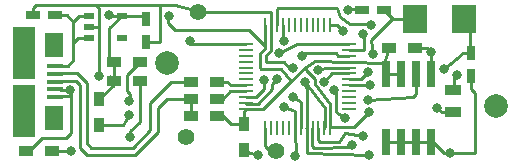
<source format=gbr>
G04 #@! TF.FileFunction,Copper,L1,Top,Signal*
%FSLAX46Y46*%
G04 Gerber Fmt 4.6, Leading zero omitted, Abs format (unit mm)*
G04 Created by KiCad (PCBNEW 4.0.2-stable) date 17.08.2016 12:28:08*
%MOMM*%
G01*
G04 APERTURE LIST*
%ADD10C,0.100000*%
%ADD11C,1.900000*%
%ADD12R,1.350000X0.400000*%
%ADD13R,1.900000X1.800000*%
%ADD14R,1.600000X2.100000*%
%ADD15R,1.900000X2.700000*%
%ADD16C,2.000000*%
%ADD17R,0.800000X2.200000*%
%ADD18R,1.200000X0.750000*%
%ADD19R,0.750000X1.200000*%
%ADD20R,1.397000X0.889000*%
%ADD21R,1.200000X0.900000*%
%ADD22R,0.900000X1.200000*%
%ADD23R,0.900000X0.600000*%
%ADD24R,1.300000X0.250000*%
%ADD25R,0.250000X1.300000*%
%ADD26R,2.000000X2.400000*%
%ADD27C,1.397000*%
%ADD28C,0.800000*%
%ADD29C,0.250000*%
G04 APERTURE END LIST*
D10*
D11*
X32735520Y-38893000D03*
D12*
X35410520Y-34768000D03*
X35410520Y-35418000D03*
X35410520Y-36068000D03*
X35410520Y-36718000D03*
X35410520Y-37368000D03*
D13*
X32735520Y-32268000D03*
X32735520Y-39868000D03*
D14*
X35285520Y-32968000D03*
D15*
X32735520Y-34468000D03*
X32735520Y-37668000D03*
D14*
X35285520Y-39168000D03*
D11*
X32735520Y-33243000D03*
D16*
X72755760Y-38160960D03*
X44846240Y-34518600D03*
D17*
X63436500Y-41160500D03*
X64706500Y-41160500D03*
X65976500Y-41160500D03*
X67246500Y-41160500D03*
X67246500Y-35420500D03*
X65976500Y-35420500D03*
X64706500Y-35420500D03*
X63436500Y-35420500D03*
D18*
X63243500Y-29972000D03*
X61343500Y-29972000D03*
D19*
X70612000Y-33657500D03*
X70612000Y-35557500D03*
D18*
X35430500Y-30416500D03*
X33530500Y-30416500D03*
D19*
X43116500Y-30800000D03*
X43116500Y-32700000D03*
D20*
X69128640Y-36741100D03*
X69128640Y-38646100D03*
D21*
X63670000Y-33210500D03*
X65870000Y-33210500D03*
D22*
X51371500Y-39667000D03*
X51371500Y-41867000D03*
D21*
X46906000Y-36068000D03*
X49106000Y-36068000D03*
X46906000Y-37528500D03*
X49106000Y-37528500D03*
X49106000Y-38989000D03*
X46906000Y-38989000D03*
X40365500Y-34417000D03*
X42565500Y-34417000D03*
D22*
X39116000Y-37571500D03*
X39116000Y-39771500D03*
D21*
X40365500Y-36004500D03*
X42565500Y-36004500D03*
X35136000Y-41910000D03*
X32936000Y-41910000D03*
D23*
X41087500Y-32382500D03*
X38287500Y-31432500D03*
X41087500Y-30482500D03*
X38287500Y-32382500D03*
X38287500Y-30482500D03*
D24*
X60301120Y-38376040D03*
X60301120Y-37876040D03*
X60301120Y-37376040D03*
X60301120Y-36876040D03*
X60301120Y-36376040D03*
X60301120Y-35876040D03*
X60301120Y-35376040D03*
X60301120Y-34876040D03*
X60301120Y-34376040D03*
X60301120Y-33876040D03*
X60301120Y-33376040D03*
X60301120Y-32876040D03*
D25*
X58701120Y-31276040D03*
X58201120Y-31276040D03*
X57701120Y-31276040D03*
X57201120Y-31276040D03*
X56701120Y-31276040D03*
X56201120Y-31276040D03*
X55701120Y-31276040D03*
X55201120Y-31276040D03*
X54701120Y-31276040D03*
X54201120Y-31276040D03*
X53701120Y-31276040D03*
X53201120Y-31276040D03*
D24*
X51601120Y-32876040D03*
X51601120Y-33376040D03*
X51601120Y-33876040D03*
X51601120Y-34376040D03*
X51601120Y-34876040D03*
X51601120Y-35376040D03*
X51601120Y-35876040D03*
X51601120Y-36376040D03*
X51601120Y-36876040D03*
X51601120Y-37376040D03*
X51601120Y-37876040D03*
X51601120Y-38376040D03*
D25*
X53201120Y-39976040D03*
X53701120Y-39976040D03*
X54201120Y-39976040D03*
X54701120Y-39976040D03*
X55201120Y-39976040D03*
X55701120Y-39976040D03*
X56201120Y-39976040D03*
X56701120Y-39976040D03*
X57201120Y-39976040D03*
X57701120Y-39976040D03*
X58201120Y-39976040D03*
X58701120Y-39976040D03*
D26*
X65895000Y-30797500D03*
X69995000Y-30797500D03*
D27*
X46451520Y-40726360D03*
X54102000Y-41973500D03*
X47513240Y-30139640D03*
D28*
X61986160Y-38658800D03*
X45074840Y-30525720D03*
X39928800Y-30439360D03*
X62311280Y-33741360D03*
X62039500Y-36385500D03*
X68366640Y-34970720D03*
X61859160Y-35234880D03*
X53086000Y-35941000D03*
X60568840Y-41392262D03*
X61468000Y-40640000D03*
X54752240Y-32644080D03*
X62166500Y-31242000D03*
X46796960Y-32613600D03*
X60177680Y-30007560D03*
X55504080Y-34894520D03*
X39116000Y-35560000D03*
X36697920Y-36774120D03*
X68834000Y-42100500D03*
X61945520Y-42306240D03*
X56586120Y-36113720D03*
X57678320Y-35072320D03*
X54229000Y-35814000D03*
X69405500Y-35496500D03*
X59735720Y-31775400D03*
X67754500Y-38290500D03*
X41783000Y-40767000D03*
X41661080Y-38902640D03*
X41666160Y-37734240D03*
X61468000Y-32067500D03*
X54391560Y-33644840D03*
X56291480Y-33893760D03*
X59034680Y-36779200D03*
X59918600Y-39182040D03*
X55580280Y-37383720D03*
X67246500Y-33591500D03*
X52578000Y-42291000D03*
X55697120Y-42392600D03*
X61909960Y-37592000D03*
X54818280Y-38186360D03*
X36766500Y-41910000D03*
X58166000Y-36068000D03*
D29*
X54535460Y-35000465D02*
X52831265Y-35000465D01*
X52745640Y-33705800D02*
X53193500Y-33257940D01*
X52745640Y-34914840D02*
X52745640Y-33705800D01*
X52831265Y-35000465D02*
X52745640Y-34914840D01*
X57365876Y-35988961D02*
X57365876Y-35867316D01*
X56616600Y-35118040D02*
X56621680Y-34858960D01*
X57365876Y-35867316D02*
X56616600Y-35118040D01*
X64706500Y-35420500D02*
X63436500Y-35420500D01*
X58679502Y-39937500D02*
X60710000Y-39937500D01*
X61986160Y-38658800D02*
X60710000Y-39937500D01*
X44958000Y-31115000D02*
X45074840Y-30525720D01*
X53193500Y-33064000D02*
X51816000Y-31686500D01*
X45529500Y-31686500D02*
X51816000Y-31686500D01*
X44958000Y-31115000D02*
X45529500Y-31686500D01*
X41087500Y-30482500D02*
X40071000Y-30482500D01*
X40071000Y-30482500D02*
X39928800Y-30439360D01*
X58679502Y-39937500D02*
X58693500Y-39973500D01*
X40365500Y-36004500D02*
X40365500Y-34417000D01*
X40365500Y-34417000D02*
X40005000Y-34056500D01*
X40005000Y-34056500D02*
X40005000Y-31565000D01*
X40005000Y-31565000D02*
X41087500Y-30482500D01*
X40365500Y-36004500D02*
X40365500Y-36322000D01*
X40365500Y-36322000D02*
X39116000Y-37571500D01*
X49106000Y-38989000D02*
X49657000Y-38989000D01*
X49657000Y-38989000D02*
X50335000Y-39667000D01*
X50335000Y-39667000D02*
X51371500Y-39667000D01*
X51371500Y-39667000D02*
X51371500Y-38595500D01*
X51371500Y-38595500D02*
X51593500Y-38373500D01*
X63246000Y-34518600D02*
X63246000Y-34636100D01*
X63246000Y-34636100D02*
X63436500Y-35420500D01*
X60293500Y-34373500D02*
X63246000Y-34518600D01*
X63246000Y-34518600D02*
X63670000Y-33210500D01*
X55372000Y-36004500D02*
X54965600Y-35499040D01*
X53193500Y-33257940D02*
X53193500Y-33064000D01*
X54965600Y-35499040D02*
X54535460Y-35000465D01*
X53193500Y-33064000D02*
X53193500Y-31273500D01*
X57365876Y-35988961D02*
X57404000Y-36291520D01*
X58694320Y-37998400D02*
X58693500Y-39973500D01*
X57404000Y-36291520D02*
X58694320Y-37998400D01*
X51593500Y-38373500D02*
X53003000Y-38373500D01*
X57409080Y-34325560D02*
X57429080Y-34325560D01*
X56621680Y-34858960D02*
X57409080Y-34325560D01*
X57429080Y-34325560D02*
X60293500Y-34373500D01*
X53003000Y-38373500D02*
X55372000Y-36004500D01*
X55372000Y-36004500D02*
X56621680Y-34858960D01*
X40068500Y-35623500D02*
X40068500Y-35877500D01*
X41087500Y-30482500D02*
X41973500Y-30482500D01*
X41973500Y-30482500D02*
X42799000Y-30482500D01*
X42799000Y-30482500D02*
X43116500Y-30800000D01*
X35430500Y-30416500D02*
X36385500Y-30416500D01*
X36385500Y-30416500D02*
X36957000Y-30988000D01*
X38287500Y-32382500D02*
X37340500Y-32382500D01*
X37340500Y-32382500D02*
X36957000Y-32766000D01*
X35250500Y-34704500D02*
X36479000Y-34704500D01*
X37462500Y-30482500D02*
X38287500Y-30482500D01*
X36957000Y-30988000D02*
X37462500Y-30482500D01*
X36957000Y-34226500D02*
X36957000Y-32766000D01*
X36957000Y-32766000D02*
X36957000Y-30988000D01*
X36479000Y-34704500D02*
X36957000Y-34226500D01*
X64008000Y-30797500D02*
X64008000Y-30736500D01*
X64008000Y-30736500D02*
X63243500Y-29972000D01*
X60293500Y-36373500D02*
X62027500Y-36373500D01*
X63944500Y-30797500D02*
X64008000Y-30797500D01*
X64008000Y-30797500D02*
X65895000Y-30797500D01*
X62166500Y-32575500D02*
X63944500Y-30797500D01*
X62311280Y-33741360D02*
X62166500Y-32575500D01*
X62027500Y-36373500D02*
X62039500Y-36385500D01*
X60293500Y-35873500D02*
X61281500Y-35873500D01*
X69911000Y-33657500D02*
X70612000Y-33657500D01*
X68366640Y-34970720D02*
X69911000Y-33657500D01*
X61281500Y-35873500D02*
X61859160Y-35234880D01*
X70612000Y-33657500D02*
X70548500Y-33594000D01*
X70548500Y-33594000D02*
X70548500Y-31351000D01*
X70548500Y-31351000D02*
X69995000Y-30797500D01*
X49106000Y-37528500D02*
X49593500Y-37528500D01*
X49593500Y-37528500D02*
X50248500Y-36873500D01*
X50248500Y-36873500D02*
X51593500Y-36873500D01*
X49106000Y-36068000D02*
X49974500Y-36068000D01*
X50280000Y-36373500D02*
X51593500Y-36373500D01*
X49974500Y-36068000D02*
X50280000Y-36373500D01*
X51593500Y-37373500D02*
X52415500Y-37373500D01*
X53086000Y-36703000D02*
X53086000Y-35941000D01*
X52415500Y-37373500D02*
X53086000Y-36703000D01*
X53530500Y-41910000D02*
X53530500Y-41846500D01*
X53530500Y-41846500D02*
X53193500Y-41509500D01*
X53193500Y-41509500D02*
X53193500Y-39973500D01*
X57193500Y-39973500D02*
X57193500Y-41509000D01*
X60568840Y-41513760D02*
X60568840Y-41392262D01*
X60441840Y-41640760D02*
X60568840Y-41513760D01*
X57334998Y-41650498D02*
X60441840Y-41640760D01*
X57193500Y-41509000D02*
X57334998Y-41650498D01*
X57693500Y-39973500D02*
X57693500Y-40993000D01*
X59984640Y-40406320D02*
X61468000Y-40640000D01*
X59436000Y-41148000D02*
X59984640Y-40406320D01*
X57848500Y-41148000D02*
X59436000Y-41148000D01*
X57693500Y-40993000D02*
X57848500Y-41148000D01*
X54708740Y-32600580D02*
X54693500Y-31273500D01*
X54752240Y-32644080D02*
X54708740Y-32600580D01*
X59537600Y-30601920D02*
X59245500Y-29845000D01*
X54292500Y-29845000D02*
X54193500Y-29944000D01*
X59245500Y-29845000D02*
X54292500Y-29845000D01*
X54193500Y-29944000D02*
X54193500Y-31273500D01*
X54229000Y-29908500D02*
X54193500Y-29944000D01*
X60330080Y-31191200D02*
X59537600Y-30601920D01*
X59537600Y-30601920D02*
X59505850Y-30570170D01*
X62103000Y-31178500D02*
X60330080Y-31191200D01*
X62166500Y-31242000D02*
X62103000Y-31178500D01*
X46843500Y-32873500D02*
X51593500Y-32873500D01*
X46796960Y-32613600D02*
X46843500Y-32873500D01*
X55504080Y-34894520D02*
X55194200Y-34894520D01*
X53248560Y-33914080D02*
X53690520Y-33360360D01*
X53248560Y-34427160D02*
X53248560Y-33914080D01*
X53263800Y-34442400D02*
X53248560Y-34427160D01*
X54742080Y-34442400D02*
X53263800Y-34442400D01*
X55194200Y-34894520D02*
X54742080Y-34442400D01*
X53693500Y-31273500D02*
X53693500Y-30193420D01*
X53639720Y-30139640D02*
X47513240Y-30139640D01*
X53693500Y-30193420D02*
X53639720Y-30139640D01*
X61343500Y-29972000D02*
X60258960Y-29926280D01*
X60258960Y-29926280D02*
X60177680Y-30007560D01*
X67246500Y-41160500D02*
X65976500Y-41160500D01*
X65976500Y-41160500D02*
X64706500Y-41160500D01*
X64706500Y-41160500D02*
X63436500Y-41160500D01*
X35250500Y-37304500D02*
X36766500Y-37304500D01*
X36766500Y-37304500D02*
X36766500Y-37307520D01*
X53705760Y-33192720D02*
X53690520Y-33360360D01*
X53693500Y-31273500D02*
X53705760Y-33192720D01*
X44259500Y-29591000D02*
X44704000Y-29591000D01*
X44704000Y-29591000D02*
X45567600Y-29596080D01*
X45567600Y-29596080D02*
X47533560Y-30114240D01*
X32936000Y-41910000D02*
X33210500Y-41910000D01*
X33210500Y-41910000D02*
X34290000Y-40830500D01*
X34290000Y-40830500D02*
X36322000Y-40830500D01*
X36322000Y-40830500D02*
X36766500Y-40386000D01*
X36766500Y-40386000D02*
X36766500Y-37307520D01*
X36766500Y-37307520D02*
X36697920Y-36774120D01*
X36443920Y-36789120D02*
X36682920Y-36789120D01*
X35250500Y-36654500D02*
X36443920Y-36789120D01*
X39116000Y-35560000D02*
X39116000Y-31432500D01*
X36682920Y-36789120D02*
X36697920Y-36774120D01*
X56712318Y-39964360D02*
X56693500Y-42088500D01*
X56705500Y-42100500D02*
X56693500Y-42088500D01*
X61945520Y-42306240D02*
X56705500Y-42100500D01*
X67246500Y-41160500D02*
X67246500Y-40195500D01*
X56662320Y-39964360D02*
X56712318Y-39964360D01*
X67246500Y-41160500D02*
X67386000Y-41160500D01*
X67386000Y-41160500D02*
X68326000Y-42100500D01*
X68326000Y-42100500D02*
X68834000Y-42100500D01*
X68834000Y-42100500D02*
X70929500Y-42100500D01*
X70612000Y-36703000D02*
X70612000Y-35557500D01*
X70929500Y-37020500D02*
X70612000Y-36703000D01*
X70929500Y-42100500D02*
X70929500Y-38671500D01*
X70929500Y-38671500D02*
X70929500Y-37020500D01*
X43116500Y-32700000D02*
X44257000Y-32700000D01*
X44259500Y-32697500D02*
X44259500Y-29591000D01*
X44257000Y-32700000D02*
X44259500Y-32697500D01*
X56586120Y-36113720D02*
X58229500Y-38290500D01*
X58229500Y-38290500D02*
X58229500Y-39937500D01*
X58229500Y-39937500D02*
X58193500Y-39973500D01*
X56693500Y-36754500D02*
X56712318Y-39964360D01*
X56586120Y-36113720D02*
X56693500Y-36754500D01*
X58281000Y-34873500D02*
X60293500Y-34873500D01*
X57678320Y-35072320D02*
X58281000Y-34873500D01*
X52564002Y-37923498D02*
X51593500Y-37923498D01*
X53784500Y-36703000D02*
X52564002Y-37923498D01*
X53784500Y-36258500D02*
X53784500Y-36703000D01*
X54229000Y-35814000D02*
X53784500Y-36258500D01*
X51593500Y-37923498D02*
X51593500Y-37873500D01*
X44259500Y-29591000D02*
X38862000Y-29591000D01*
X33530500Y-30416500D02*
X33530500Y-29842500D01*
X39116000Y-29845000D02*
X39116000Y-31432500D01*
X38862000Y-29591000D02*
X39116000Y-29845000D01*
X33782000Y-29591000D02*
X38862000Y-29591000D01*
X33530500Y-29842500D02*
X33782000Y-29591000D01*
X38925500Y-31432500D02*
X39116000Y-31432500D01*
X38925500Y-31432500D02*
X38287500Y-31432500D01*
X69151500Y-36766500D02*
X69151500Y-35750500D01*
X69151500Y-35750500D02*
X69405500Y-35496500D01*
X59277000Y-31273500D02*
X58693500Y-31273500D01*
X59735720Y-31775400D02*
X59277000Y-31273500D01*
X68135500Y-38671500D02*
X69151500Y-38671500D01*
X67754500Y-38290500D02*
X68135500Y-38671500D01*
X41783000Y-40767000D02*
X41783000Y-40259000D01*
X42565500Y-39476500D02*
X42565500Y-36004500D01*
X41783000Y-40259000D02*
X42565500Y-39476500D01*
X41783000Y-40767000D02*
X41846500Y-40767000D01*
X39116000Y-39771500D02*
X41191000Y-39771500D01*
X41191000Y-39771500D02*
X41661080Y-38902640D01*
X41666160Y-37734240D02*
X41719500Y-37147500D01*
X41465500Y-35517000D02*
X42565500Y-34417000D01*
X41465500Y-36893500D02*
X41465500Y-35517000D01*
X41719500Y-37147500D02*
X41465500Y-36893500D01*
X61539120Y-33390840D02*
X60335160Y-33401000D01*
X61561618Y-33368342D02*
X61539120Y-33390840D01*
X61531500Y-32131000D02*
X61561618Y-33368342D01*
X61468000Y-32067500D02*
X61531500Y-32131000D01*
X60335160Y-33401000D02*
X60285162Y-33351002D01*
X60293500Y-32873500D02*
X55899500Y-32873500D01*
X55899500Y-32873500D02*
X54391560Y-33644840D01*
X60301120Y-33876040D02*
X59372560Y-33876040D01*
X59372560Y-33876040D02*
X59156600Y-33660080D01*
X59156600Y-33660080D02*
X56525160Y-33660080D01*
X56525160Y-33660080D02*
X56291480Y-33893760D01*
X59034680Y-36779200D02*
X59182000Y-36957000D01*
X59182000Y-36957000D02*
X59182000Y-38671500D01*
X59182000Y-38671500D02*
X59918600Y-39182040D01*
X56193500Y-39973500D02*
X56193500Y-37778500D01*
X55580280Y-37383720D02*
X56193500Y-37778500D01*
X67246500Y-33591500D02*
X67246500Y-33655000D01*
X65870000Y-33210500D02*
X66865500Y-33210500D01*
X67246500Y-33591500D02*
X67246500Y-33655000D01*
X67246500Y-33655000D02*
X67246500Y-35420500D01*
X66865500Y-33210500D02*
X67246500Y-33591500D01*
X38131750Y-42259250D02*
X42195750Y-42259250D01*
X44894500Y-37528500D02*
X46906000Y-37528500D01*
X44132500Y-38290500D02*
X44894500Y-37528500D01*
X44132500Y-40322500D02*
X44132500Y-38290500D01*
X42195750Y-42259250D02*
X44132500Y-40322500D01*
X35250500Y-36004500D02*
X37147500Y-36004500D01*
X37528500Y-41656000D02*
X38131750Y-42259250D01*
X38131750Y-42259250D02*
X38163500Y-42291000D01*
X37528500Y-36385500D02*
X37528500Y-41656000D01*
X37147500Y-36004500D02*
X37528500Y-36385500D01*
X46906000Y-37528500D02*
X46906000Y-38989000D01*
X38481000Y-41656000D02*
X41973500Y-41656000D01*
X37259500Y-35354500D02*
X38100000Y-36195000D01*
X38100000Y-36195000D02*
X38100000Y-41275000D01*
X38100000Y-41275000D02*
X38481000Y-41656000D01*
X35250500Y-35354500D02*
X37259500Y-35354500D01*
X45212000Y-36068000D02*
X46906000Y-36068000D01*
X43434000Y-37846000D02*
X45212000Y-36068000D01*
X43434000Y-40195500D02*
X43434000Y-37846000D01*
X41973500Y-41656000D02*
X43434000Y-40195500D01*
X51033500Y-41867000D02*
X52578000Y-42291000D01*
X55764620Y-42325100D02*
X55693500Y-39973500D01*
X55697120Y-42392600D02*
X55764620Y-42325100D01*
X51371500Y-41867000D02*
X51033500Y-41867000D01*
X61909960Y-37592000D02*
X65722500Y-37338000D01*
X65722500Y-37338000D02*
X65976500Y-37084000D01*
X65976500Y-37084000D02*
X65976500Y-35420500D01*
X55693500Y-39973500D02*
X55693500Y-38548500D01*
X55693500Y-38548500D02*
X54818280Y-38186360D01*
X35136000Y-41910000D02*
X36766500Y-41910000D01*
X60293500Y-35373500D02*
X58860500Y-35373500D01*
X58860500Y-35373500D02*
X58166000Y-36068000D01*
M02*

</source>
